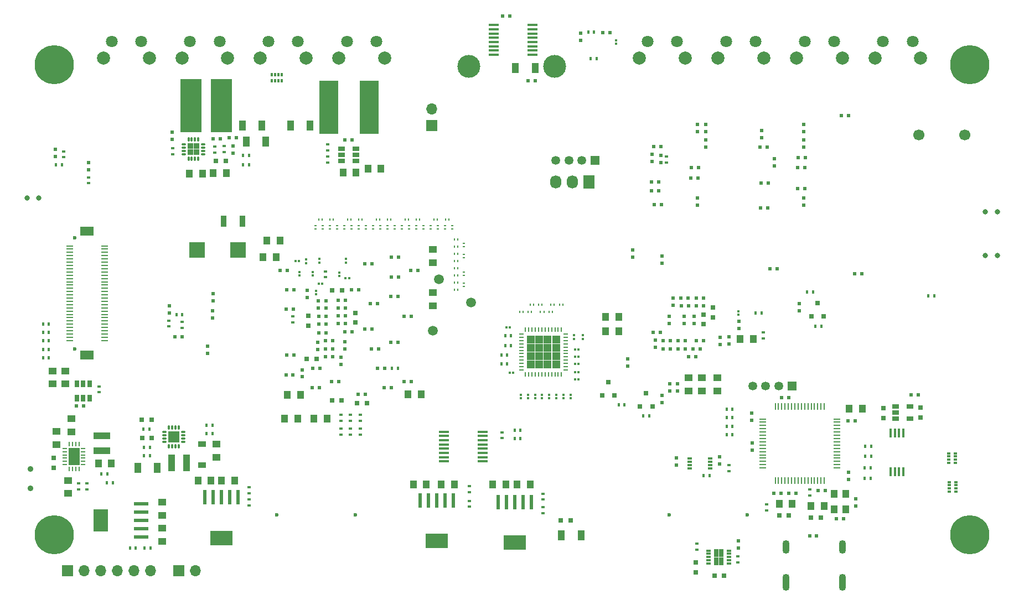
<source format=gbs>
G04 #@! TF.FileFunction,Soldermask,Bot*
%FSLAX46Y46*%
G04 Gerber Fmt 4.6, Leading zero omitted, Abs format (unit mm)*
G04 Created by KiCad (PCBNEW 4.0.5) date Sun Feb 12 14:34:10 2017*
%MOMM*%
%LPD*%
G01*
G04 APERTURE LIST*
%ADD10C,0.020000*%
%ADD11R,0.600000X0.400000*%
%ADD12R,0.400000X0.600000*%
%ADD13R,1.000000X1.250000*%
%ADD14R,0.500000X0.600000*%
%ADD15R,0.350000X0.300000*%
%ADD16R,0.800000X0.750000*%
%ADD17R,0.750000X0.800000*%
%ADD18R,0.600000X0.500000*%
%ADD19R,1.000000X1.600000*%
%ADD20R,1.250000X1.000000*%
%ADD21R,1.220000X0.910000*%
%ADD22C,0.600000*%
%ADD23C,1.700000*%
%ADD24R,1.000000X0.250000*%
%ADD25R,2.100000X1.400000*%
%ADD26R,3.000000X8.200000*%
%ADD27R,3.300000X8.200000*%
%ADD28R,2.540000X1.021080*%
%ADD29R,1.021080X2.540000*%
%ADD30R,1.350000X1.350000*%
%ADD31C,1.350000*%
%ADD32R,1.727200X2.032000*%
%ADD33O,1.727200X2.032000*%
%ADD34R,0.800100X0.800100*%
%ADD35R,0.320000X0.500000*%
%ADD36C,0.900000*%
%ADD37C,1.800000*%
%ADD38C,2.000000*%
%ADD39R,0.650000X0.300000*%
%ADD40R,0.775000X1.240000*%
%ADD41R,1.060000X0.650000*%
%ADD42R,0.800000X0.300000*%
%ADD43R,0.450000X1.450000*%
%ADD44R,0.250000X1.000000*%
%ADD45R,0.600000X2.200000*%
%ADD46R,3.500000X2.200000*%
%ADD47O,0.750000X0.300000*%
%ADD48O,0.300000X0.750000*%
%ADD49R,0.900000X0.900000*%
%ADD50R,0.650000X1.060000*%
%ADD51R,0.700000X0.250000*%
%ADD52R,0.250000X0.700000*%
%ADD53R,0.825000X1.325000*%
%ADD54R,1.050000X1.300000*%
%ADD55R,2.370000X2.430000*%
%ADD56R,0.500000X0.320000*%
%ADD57C,3.500000*%
%ADD58O,1.100000X2.100000*%
%ADD59O,1.100000X2.600000*%
%ADD60C,0.800000*%
%ADD61C,6.000000*%
%ADD62R,0.430000X0.280000*%
%ADD63R,0.280000X0.430000*%
%ADD64R,1.287500X1.287500*%
%ADD65R,1.500000X0.450000*%
%ADD66R,0.300000X0.350000*%
%ADD67R,2.200000X0.600000*%
%ADD68R,2.200000X3.500000*%
%ADD69R,1.700000X1.700000*%
%ADD70O,1.700000X1.700000*%
%ADD71R,0.900000X1.700000*%
%ADD72C,1.500000*%
G04 APERTURE END LIST*
D10*
D11*
X26370000Y-52270000D03*
X26370000Y-53170000D03*
D12*
X48250000Y-94200000D03*
X49150000Y-94200000D03*
D11*
X66480000Y-70650000D03*
X66480000Y-71550000D03*
D13*
X72950000Y-54900000D03*
X74950000Y-54900000D03*
D14*
X48400000Y-83250000D03*
X48400000Y-82150000D03*
D15*
X62500000Y-70755000D03*
X62500000Y-71305000D03*
D16*
X127450000Y-117250000D03*
X125950000Y-117250000D03*
D14*
X129650000Y-113050000D03*
X129650000Y-111950000D03*
D17*
X151800000Y-91600000D03*
X151800000Y-93100000D03*
X123100000Y-115200000D03*
X123100000Y-116700000D03*
X157500000Y-91500000D03*
X157500000Y-93000000D03*
D14*
X120150000Y-99250000D03*
X120150000Y-100350000D03*
X126750000Y-99050000D03*
X126750000Y-100150000D03*
X131650000Y-93450000D03*
X131650000Y-92350000D03*
D18*
X136100000Y-104650000D03*
X135000000Y-104650000D03*
D14*
X131740000Y-98030000D03*
X131740000Y-96930000D03*
D18*
X137300000Y-90000000D03*
X136200000Y-90000000D03*
D14*
X147600000Y-105500000D03*
X147600000Y-106600000D03*
D18*
X146350000Y-93500000D03*
X147450000Y-93500000D03*
D14*
X146450000Y-101400000D03*
X146450000Y-102500000D03*
D13*
X146550000Y-91700000D03*
X148550000Y-91700000D03*
D18*
X141780000Y-104170000D03*
X142880000Y-104170000D03*
X144600000Y-108500000D03*
X145700000Y-108500000D03*
D13*
X140700000Y-106610000D03*
X142700000Y-106610000D03*
X137850000Y-106250000D03*
X135850000Y-106250000D03*
D18*
X138400000Y-104650000D03*
X137300000Y-104650000D03*
D13*
X92050000Y-103300000D03*
X94050000Y-103300000D03*
X97750000Y-103300000D03*
X95750000Y-103300000D03*
X79900000Y-103250000D03*
X81900000Y-103250000D03*
X86150000Y-103250000D03*
X84150000Y-103250000D03*
D18*
X124260000Y-75950000D03*
X123160000Y-75950000D03*
X120850000Y-74750000D03*
X121950000Y-74750000D03*
X134480000Y-70230000D03*
X135580000Y-70230000D03*
X124250000Y-74750000D03*
X123150000Y-74750000D03*
D14*
X119660000Y-74750000D03*
X119660000Y-75850000D03*
D18*
X120860000Y-75950000D03*
X121960000Y-75950000D03*
D14*
X117930000Y-68330000D03*
X117930000Y-69430000D03*
X113480000Y-67360000D03*
X113480000Y-68460000D03*
D18*
X134050000Y-51600000D03*
X132950000Y-51600000D03*
X117750000Y-51550000D03*
X116650000Y-51550000D03*
X116320000Y-56940000D03*
X117420000Y-56940000D03*
X116310000Y-58290000D03*
X117410000Y-58290000D03*
D14*
X135100000Y-53380000D03*
X135100000Y-54480000D03*
X139600000Y-50550000D03*
X139600000Y-51650000D03*
X124630000Y-49250000D03*
X124630000Y-48150000D03*
X117750000Y-52900000D03*
X117750000Y-54000000D03*
X133200000Y-49100000D03*
X133200000Y-50200000D03*
X123350000Y-60500000D03*
X123350000Y-59400000D03*
D18*
X117850000Y-60400000D03*
X116750000Y-60400000D03*
X138750000Y-53200000D03*
X139850000Y-53200000D03*
D14*
X139600000Y-49250000D03*
X139600000Y-48150000D03*
D18*
X134140000Y-60970000D03*
X133040000Y-60970000D03*
D14*
X123350000Y-49250000D03*
X123350000Y-48150000D03*
X116400000Y-53830000D03*
X116400000Y-52730000D03*
D18*
X138650000Y-58000000D03*
X139750000Y-58000000D03*
D14*
X124620000Y-50520000D03*
X124620000Y-51620000D03*
D18*
X133050000Y-57150000D03*
X134150000Y-57150000D03*
X123400000Y-56350000D03*
X122300000Y-56350000D03*
X122400000Y-54750000D03*
X123500000Y-54750000D03*
D14*
X139600000Y-60500000D03*
X139600000Y-59400000D03*
D18*
X138700000Y-54800000D03*
X139800000Y-54800000D03*
D14*
X138950000Y-75600000D03*
X138950000Y-76700000D03*
D18*
X147400000Y-71000000D03*
X148500000Y-71000000D03*
D13*
X129860000Y-81040000D03*
X131860000Y-81040000D03*
X111290000Y-77660000D03*
X109290000Y-77660000D03*
D14*
X128170000Y-80710000D03*
X128170000Y-81810000D03*
X119050000Y-78680000D03*
X119050000Y-77580000D03*
X121330000Y-78640000D03*
X121330000Y-77540000D03*
X122840000Y-78640000D03*
X122840000Y-77540000D03*
D19*
X98500000Y-39500000D03*
X95500000Y-39500000D03*
D18*
X98550000Y-41500000D03*
X97450000Y-41500000D03*
X146450000Y-46800000D03*
X145350000Y-46800000D03*
D16*
X102450000Y-108800000D03*
X103950000Y-108800000D03*
D19*
X102550000Y-111100000D03*
X105550000Y-111100000D03*
D20*
X122030000Y-88970000D03*
X122030000Y-86970000D03*
D14*
X120340000Y-88930000D03*
X120340000Y-87830000D03*
X129660000Y-78340000D03*
X129660000Y-79440000D03*
D20*
X126390000Y-88970000D03*
X126390000Y-86970000D03*
D17*
X124240000Y-77250000D03*
X124240000Y-78750000D03*
X125730000Y-77670000D03*
X125730000Y-76170000D03*
D18*
X120410000Y-81280000D03*
X121510000Y-81280000D03*
X122010000Y-83750000D03*
X123110000Y-83750000D03*
D14*
X116920000Y-82250000D03*
X116920000Y-81150000D03*
X117900000Y-89650000D03*
X117900000Y-90750000D03*
X126840000Y-81820000D03*
X126840000Y-80720000D03*
D18*
X123210000Y-81270000D03*
X124310000Y-81270000D03*
X119210000Y-82510000D03*
X118110000Y-82510000D03*
D13*
X109320000Y-79810000D03*
X111320000Y-79810000D03*
D20*
X124030000Y-88970000D03*
X124030000Y-86970000D03*
D14*
X119130000Y-88930000D03*
X119130000Y-87830000D03*
D18*
X119220000Y-81280000D03*
X118120000Y-81280000D03*
X121500000Y-82550000D03*
X120400000Y-82550000D03*
X122700000Y-82550000D03*
X123800000Y-82550000D03*
X117700000Y-79960000D03*
X116600000Y-79960000D03*
D14*
X112690000Y-84080000D03*
X112690000Y-85180000D03*
D18*
X69500000Y-78650000D03*
X68400000Y-78650000D03*
D14*
X68790000Y-83840000D03*
X68790000Y-84940000D03*
D18*
X66450000Y-83700000D03*
X67550000Y-83700000D03*
D14*
X65350000Y-76300000D03*
X65350000Y-75200000D03*
D17*
X71000000Y-78500000D03*
X71000000Y-77000000D03*
D16*
X68950000Y-90450000D03*
X67450000Y-90450000D03*
D18*
X65450000Y-80090000D03*
X66550000Y-80090000D03*
D16*
X67500000Y-73550000D03*
X69000000Y-73550000D03*
X72820000Y-90860000D03*
X71320000Y-90860000D03*
D17*
X63800000Y-78950000D03*
X63800000Y-77450000D03*
D18*
X67550000Y-81300000D03*
X66450000Y-81300000D03*
D14*
X69450000Y-82500000D03*
X69450000Y-81400000D03*
D18*
X65450000Y-78700000D03*
X66550000Y-78700000D03*
D14*
X66550000Y-76300000D03*
X66550000Y-75200000D03*
D18*
X67550000Y-82500000D03*
X66450000Y-82500000D03*
D14*
X65250000Y-82580000D03*
X65250000Y-81480000D03*
D18*
X70500000Y-79950000D03*
X69400000Y-79950000D03*
D16*
X65100000Y-84050000D03*
X63600000Y-84050000D03*
D18*
X68400000Y-75050000D03*
X69500000Y-75050000D03*
X66550000Y-77500000D03*
X65450000Y-77500000D03*
X68400000Y-77450000D03*
X69500000Y-77450000D03*
X69500000Y-76250000D03*
X68400000Y-76250000D03*
D14*
X49250000Y-74100000D03*
X49250000Y-75200000D03*
D18*
X44550000Y-80700000D03*
X43450000Y-80700000D03*
D14*
X49200000Y-77800000D03*
X49200000Y-76700000D03*
X42550000Y-75950000D03*
X42550000Y-77050000D03*
X62910000Y-85710000D03*
X62910000Y-86810000D03*
D13*
X79100000Y-89500000D03*
X81100000Y-89500000D03*
X62650000Y-89600000D03*
X60650000Y-89600000D03*
X66700000Y-93200000D03*
X64700000Y-93200000D03*
D18*
X65500000Y-88450000D03*
X64400000Y-88450000D03*
X75450000Y-88500000D03*
X76550000Y-88500000D03*
X64500000Y-85500000D03*
X65600000Y-85500000D03*
X68500000Y-87500000D03*
X67400000Y-87500000D03*
X60500000Y-83500000D03*
X61600000Y-83500000D03*
X74400000Y-85500000D03*
X75500000Y-85500000D03*
X61500000Y-86500000D03*
X60400000Y-86500000D03*
X72550000Y-89500000D03*
X71450000Y-89500000D03*
D13*
X60220000Y-93240000D03*
X62220000Y-93240000D03*
D18*
X59500000Y-70500000D03*
X60600000Y-70500000D03*
X76450000Y-81500000D03*
X77550000Y-81500000D03*
X60500000Y-73500000D03*
X61600000Y-73500000D03*
X72500000Y-79500000D03*
X73600000Y-79500000D03*
D14*
X63630000Y-74690000D03*
X63630000Y-73590000D03*
D18*
X73450000Y-82500000D03*
X74550000Y-82500000D03*
X61550000Y-76450000D03*
X60450000Y-76450000D03*
X78500000Y-87500000D03*
X79600000Y-87500000D03*
D13*
X59500000Y-65900000D03*
X57500000Y-65900000D03*
D15*
X69550000Y-69300000D03*
X69550000Y-68750000D03*
D18*
X77550000Y-74500000D03*
X76450000Y-74500000D03*
X74450000Y-75550000D03*
X73350000Y-75550000D03*
D13*
X58900000Y-68520000D03*
X56900000Y-68520000D03*
D18*
X78450000Y-77500000D03*
X79550000Y-77500000D03*
X70450000Y-73500000D03*
X71550000Y-73500000D03*
D20*
X82900000Y-69300000D03*
X82900000Y-67300000D03*
D18*
X79500000Y-70550000D03*
X80600000Y-70550000D03*
X72450000Y-69500000D03*
X73550000Y-69500000D03*
X76550000Y-68500000D03*
X77650000Y-68500000D03*
X76500000Y-71500000D03*
X77600000Y-71500000D03*
D20*
X82900000Y-73900000D03*
X82900000Y-75900000D03*
D13*
X49300000Y-55650000D03*
X51300000Y-55650000D03*
D16*
X49700000Y-53750000D03*
X51200000Y-53750000D03*
D14*
X30240000Y-54030000D03*
X30240000Y-55130000D03*
D18*
X70490000Y-50520000D03*
X69390000Y-50520000D03*
D14*
X43000000Y-49350000D03*
X43000000Y-50450000D03*
D19*
X64100000Y-48300000D03*
X61100000Y-48300000D03*
D18*
X52850000Y-50200000D03*
X51750000Y-50200000D03*
X49300000Y-50350000D03*
X50400000Y-50350000D03*
D14*
X52350000Y-51500000D03*
X52350000Y-52600000D03*
D19*
X54350000Y-50800000D03*
X57350000Y-50800000D03*
D13*
X46950000Y-102700000D03*
X48950000Y-102700000D03*
D14*
X25120000Y-51970000D03*
X25120000Y-53070000D03*
D13*
X52550000Y-102700000D03*
X50550000Y-102700000D03*
X71150000Y-55550000D03*
X69150000Y-55550000D03*
X47660000Y-55690000D03*
X45660000Y-55690000D03*
D19*
X53750000Y-48350000D03*
X56750000Y-48350000D03*
D18*
X28330000Y-91250000D03*
X29430000Y-91250000D03*
D20*
X26700000Y-87900000D03*
X26700000Y-85900000D03*
D13*
X31700000Y-100050000D03*
X33700000Y-100050000D03*
D20*
X24700000Y-87900000D03*
X24700000Y-85900000D03*
D17*
X24850000Y-99200000D03*
X24850000Y-100700000D03*
D20*
X27050000Y-102650000D03*
X27050000Y-104650000D03*
X27600000Y-95200000D03*
X27600000Y-93200000D03*
X25280000Y-97180000D03*
X25280000Y-95180000D03*
D16*
X39850000Y-93400000D03*
X38350000Y-93400000D03*
D19*
X37750000Y-100700000D03*
X40750000Y-100700000D03*
D16*
X38400000Y-96200000D03*
X39900000Y-96200000D03*
D20*
X49800000Y-97100000D03*
X49800000Y-99100000D03*
D14*
X105450000Y-34150000D03*
X105450000Y-35250000D03*
D18*
X109950000Y-34100000D03*
X108850000Y-34100000D03*
X140550000Y-111150000D03*
X141550000Y-111150000D03*
D21*
X47550000Y-97065000D03*
X47550000Y-100335000D03*
D22*
X119000000Y-107900000D03*
X131000000Y-107900000D03*
X59000000Y-107900000D03*
X71000000Y-107900000D03*
D23*
X164250000Y-49750000D03*
X157250000Y-49750000D03*
D24*
X27350000Y-81250000D03*
X32650000Y-81250000D03*
X27350000Y-80750000D03*
X32650000Y-80750000D03*
X27350000Y-80250000D03*
X32650000Y-80250000D03*
X27350000Y-79750000D03*
X32650000Y-79750000D03*
X27350000Y-79250000D03*
X32650000Y-79250000D03*
X27350000Y-78750000D03*
X32650000Y-78750000D03*
X27350000Y-78250000D03*
X32650000Y-78250000D03*
X27350000Y-77750000D03*
X32650000Y-77750000D03*
X27350000Y-77250000D03*
X32650000Y-77250000D03*
X27350000Y-76750000D03*
X32650000Y-76750000D03*
X27350000Y-76250000D03*
X32650000Y-76250000D03*
X27350000Y-75750000D03*
X32650000Y-75750000D03*
X27350000Y-75250000D03*
X32650000Y-75250000D03*
X27350000Y-74750000D03*
X32650000Y-74750000D03*
X27350000Y-74250000D03*
X32650000Y-74250000D03*
X27350000Y-73750000D03*
X32650000Y-73750000D03*
X27350000Y-73250000D03*
X32650000Y-73250000D03*
X27350000Y-72750000D03*
X32650000Y-72750000D03*
X27350000Y-72250000D03*
X32650000Y-72250000D03*
X27350000Y-71750000D03*
X32650000Y-71750000D03*
X27350000Y-71250000D03*
X32650000Y-71250000D03*
X27350000Y-70750000D03*
X32650000Y-70750000D03*
X27350000Y-70250000D03*
X32650000Y-70250000D03*
X27350000Y-69750000D03*
X32650000Y-69750000D03*
X27350000Y-69250000D03*
X32650000Y-69250000D03*
X27350000Y-68750000D03*
X32650000Y-68750000D03*
X27350000Y-68250000D03*
X32650000Y-68250000D03*
X27350000Y-67750000D03*
X32650000Y-67750000D03*
X27350000Y-67250000D03*
X32650000Y-67250000D03*
X27350000Y-66750000D03*
X32650000Y-66750000D03*
D25*
X30000000Y-83500000D03*
X30000000Y-64500000D03*
D22*
X28100000Y-82500000D03*
X28100000Y-65500000D03*
D16*
X135850000Y-108000000D03*
X137350000Y-108000000D03*
X142200000Y-108400000D03*
X140700000Y-108400000D03*
D26*
X73130000Y-45540000D03*
X66930000Y-45540000D03*
D27*
X45850000Y-45250000D03*
X50550000Y-45250000D03*
D28*
X32250000Y-95854460D03*
X32250000Y-98145540D03*
D29*
X45195540Y-100000000D03*
X42904460Y-100000000D03*
D30*
X137800000Y-88200000D03*
D31*
X135800000Y-88200000D03*
X133800000Y-88200000D03*
X131800000Y-88200000D03*
D32*
X106750000Y-57000000D03*
D33*
X104210000Y-57000000D03*
X101670000Y-57000000D03*
D30*
X107680000Y-53700000D03*
D31*
X105680000Y-53700000D03*
X103680000Y-53700000D03*
X101680000Y-53700000D03*
D34*
X142650000Y-77500760D03*
X140750000Y-77500760D03*
X141700000Y-75501780D03*
X110650000Y-89650760D03*
X108750000Y-89650760D03*
X109700000Y-87651780D03*
X116450000Y-91300760D03*
X114550000Y-91300760D03*
X115500000Y-89301780D03*
D11*
X129550000Y-115200000D03*
X129550000Y-114300000D03*
X123300000Y-113250000D03*
X123300000Y-112350000D03*
D12*
X125200000Y-101900000D03*
X124300000Y-101900000D03*
D11*
X128200000Y-100350000D03*
X128200000Y-101250000D03*
D12*
X148950000Y-102350000D03*
X149850000Y-102350000D03*
X148950000Y-100700000D03*
X149850000Y-100700000D03*
X149000000Y-97450000D03*
X149900000Y-97450000D03*
X149000000Y-98950000D03*
X149900000Y-98950000D03*
D11*
X133950000Y-106350000D03*
X133950000Y-107250000D03*
X140510000Y-104060000D03*
X140510000Y-104960000D03*
D12*
X127800000Y-95650000D03*
X128700000Y-95650000D03*
X127800000Y-93050000D03*
X128700000Y-93050000D03*
X127800000Y-94350000D03*
X128700000Y-94350000D03*
X127800000Y-91750000D03*
X128700000Y-91750000D03*
D11*
X99700000Y-104700000D03*
X99700000Y-105600000D03*
X99700000Y-106750000D03*
X99700000Y-107650000D03*
X88500000Y-103550000D03*
X88500000Y-104450000D03*
X88500000Y-105800000D03*
X88500000Y-106700000D03*
X118650000Y-53970000D03*
X118650000Y-53070000D03*
D12*
X142300000Y-79100000D03*
X141400000Y-79100000D03*
X140150000Y-73800000D03*
X141050000Y-73800000D03*
X159550000Y-74400000D03*
X158650000Y-74400000D03*
X132260000Y-77030000D03*
X133160000Y-77030000D03*
D11*
X133420000Y-80010000D03*
X133420000Y-80910000D03*
D12*
X112190000Y-91100000D03*
X111290000Y-91100000D03*
X115950000Y-92800000D03*
X115050000Y-92800000D03*
X77550000Y-85510000D03*
X76650000Y-85510000D03*
D11*
X42500000Y-78200000D03*
X42500000Y-79100000D03*
D12*
X43650000Y-77250000D03*
X44550000Y-77250000D03*
D11*
X68850000Y-95650000D03*
X68850000Y-94750000D03*
X68850000Y-93550000D03*
X68850000Y-92650000D03*
X70300000Y-95650000D03*
X70300000Y-94750000D03*
X70300000Y-93550000D03*
X70300000Y-92650000D03*
X71750000Y-95650000D03*
X71750000Y-94750000D03*
X71750000Y-93550000D03*
X71750000Y-92650000D03*
X61500000Y-77550000D03*
X61500000Y-78450000D03*
X43050000Y-52700000D03*
X43050000Y-51800000D03*
X30240000Y-57150000D03*
X30240000Y-56250000D03*
X66800000Y-51200000D03*
X66800000Y-52100000D03*
X66800000Y-53100000D03*
X66800000Y-54000000D03*
X51000000Y-52370000D03*
X51000000Y-51470000D03*
D12*
X33050000Y-103000000D03*
X33950000Y-103000000D03*
X54750000Y-52900000D03*
X53850000Y-52900000D03*
X53830000Y-54320000D03*
X54730000Y-54320000D03*
D11*
X49500000Y-52450000D03*
X49500000Y-51550000D03*
D12*
X25220000Y-54320000D03*
X26120000Y-54320000D03*
D11*
X54800000Y-103700000D03*
X54800000Y-104600000D03*
X54800000Y-105600000D03*
X54800000Y-106500000D03*
X31850000Y-88250000D03*
X31850000Y-89150000D03*
X28700000Y-104000000D03*
X28700000Y-103100000D03*
X30000000Y-104000000D03*
X30000000Y-103100000D03*
D12*
X32200000Y-101700000D03*
X33100000Y-101700000D03*
X39600000Y-97600000D03*
X38700000Y-97600000D03*
X39600000Y-98900000D03*
X38700000Y-98900000D03*
X24150000Y-81300000D03*
X23250000Y-81300000D03*
X24150000Y-80000000D03*
X23250000Y-80000000D03*
X24150000Y-78700000D03*
X23250000Y-78700000D03*
X23250000Y-82600000D03*
X24150000Y-82600000D03*
X23250000Y-83900000D03*
X24150000Y-83900000D03*
X39500000Y-94800000D03*
X38600000Y-94800000D03*
X49150000Y-95500000D03*
X48250000Y-95500000D03*
X107050000Y-38050000D03*
X107950000Y-38050000D03*
X106650000Y-34050000D03*
X107550000Y-34050000D03*
D35*
X58250000Y-40500000D03*
X59250000Y-40500000D03*
X58750000Y-40500000D03*
X59750000Y-40500000D03*
X58750000Y-41500000D03*
X58250000Y-41500000D03*
X59250000Y-41500000D03*
X59750000Y-41500000D03*
D36*
X21300000Y-100900000D03*
X21300000Y-103900000D03*
D37*
X38250000Y-35450000D03*
X33750000Y-35450000D03*
D38*
X39500000Y-38000000D03*
X32500000Y-38000000D03*
D37*
X50250000Y-35450000D03*
X45750000Y-35450000D03*
D38*
X51500000Y-38000000D03*
X44500000Y-38000000D03*
D37*
X62250000Y-35450000D03*
X57750000Y-35450000D03*
D38*
X63500000Y-38000000D03*
X56500000Y-38000000D03*
D37*
X74250000Y-35450000D03*
X69750000Y-35450000D03*
D38*
X75500000Y-38000000D03*
X68500000Y-38000000D03*
D37*
X120250000Y-35450000D03*
X115750000Y-35450000D03*
D38*
X121500000Y-38000000D03*
X114500000Y-38000000D03*
D37*
X132250000Y-35450000D03*
X127750000Y-35450000D03*
D38*
X133500000Y-38000000D03*
X126500000Y-38000000D03*
D37*
X144250000Y-35450000D03*
X139750000Y-35450000D03*
D38*
X145500000Y-38000000D03*
X138500000Y-38000000D03*
D37*
X156250000Y-35450000D03*
X151750000Y-35450000D03*
D38*
X157500000Y-38000000D03*
X150500000Y-38000000D03*
D39*
X128150000Y-113400000D03*
X128150000Y-113900000D03*
X128150000Y-114400000D03*
X128150000Y-114900000D03*
X128150000Y-115400000D03*
X125050000Y-115400000D03*
X125050000Y-114900000D03*
X125050000Y-114400000D03*
X125050000Y-113900000D03*
X125050000Y-113400000D03*
D40*
X126212500Y-115020000D03*
X126212500Y-113780000D03*
X126987500Y-115020000D03*
X126987500Y-113780000D03*
D41*
X153650000Y-93200000D03*
X153650000Y-92250000D03*
X153650000Y-91300000D03*
X155850000Y-91300000D03*
X155850000Y-93200000D03*
D42*
X125300000Y-100800000D03*
X122200000Y-100800000D03*
X125300000Y-100300000D03*
X122200000Y-100300000D03*
X125300000Y-99800000D03*
X122200000Y-99800000D03*
X125300000Y-99300000D03*
X122200000Y-99300000D03*
D43*
X154845000Y-101300000D03*
X154195000Y-101300000D03*
X153545000Y-101300000D03*
X152895000Y-101300000D03*
X152895000Y-95400000D03*
X153545000Y-95400000D03*
X154195000Y-95400000D03*
X154845000Y-95400000D03*
D44*
X142750000Y-102700000D03*
X142250000Y-102700000D03*
X141750000Y-102700000D03*
X141250000Y-102700000D03*
X140750000Y-102700000D03*
X140250000Y-102700000D03*
X139750000Y-102700000D03*
X139250000Y-102700000D03*
X138750000Y-102700000D03*
X138250000Y-102700000D03*
X137750000Y-102700000D03*
X137250000Y-102700000D03*
X136750000Y-102700000D03*
X136250000Y-102700000D03*
X135750000Y-102700000D03*
X135250000Y-102700000D03*
D24*
X133300000Y-100750000D03*
X133300000Y-100250000D03*
X133300000Y-99750000D03*
X133300000Y-99250000D03*
X133300000Y-98750000D03*
X133300000Y-98250000D03*
X133300000Y-97750000D03*
X133300000Y-97250000D03*
X133300000Y-96750000D03*
X133300000Y-96250000D03*
X133300000Y-95750000D03*
X133300000Y-95250000D03*
X133300000Y-94750000D03*
X133300000Y-94250000D03*
X133300000Y-93750000D03*
X133300000Y-93250000D03*
D44*
X135250000Y-91300000D03*
X135750000Y-91300000D03*
X136250000Y-91300000D03*
X136750000Y-91300000D03*
X137250000Y-91300000D03*
X137750000Y-91300000D03*
X138250000Y-91300000D03*
X138750000Y-91300000D03*
X139250000Y-91300000D03*
X139750000Y-91300000D03*
X140250000Y-91300000D03*
X140750000Y-91300000D03*
X141250000Y-91300000D03*
X141750000Y-91300000D03*
X142250000Y-91300000D03*
X142750000Y-91300000D03*
D24*
X144700000Y-93250000D03*
X144700000Y-93750000D03*
X144700000Y-94250000D03*
X144700000Y-94750000D03*
X144700000Y-95250000D03*
X144700000Y-95750000D03*
X144700000Y-96250000D03*
X144700000Y-96750000D03*
X144700000Y-97250000D03*
X144700000Y-97750000D03*
X144700000Y-98250000D03*
X144700000Y-98750000D03*
X144700000Y-99250000D03*
X144700000Y-99750000D03*
X144700000Y-100250000D03*
X144700000Y-100750000D03*
D45*
X92910000Y-105950000D03*
X94180000Y-105950000D03*
X95450000Y-105950000D03*
X96720000Y-105950000D03*
X97990000Y-105950000D03*
D46*
X95450000Y-112150000D03*
D45*
X80960000Y-105750000D03*
X82230000Y-105750000D03*
X83500000Y-105750000D03*
X84770000Y-105750000D03*
X86040000Y-105750000D03*
D46*
X83500000Y-111950000D03*
D41*
X71100000Y-51850000D03*
X71100000Y-52800000D03*
X71100000Y-53750000D03*
X68900000Y-53750000D03*
X68900000Y-51850000D03*
X68900000Y-52800000D03*
D47*
X44775000Y-52700000D03*
X44775000Y-52200000D03*
X44775000Y-51700000D03*
X44775000Y-51200000D03*
D48*
X45500000Y-50475000D03*
X46000000Y-50475000D03*
X46500000Y-50475000D03*
X47000000Y-50475000D03*
D47*
X47725000Y-51200000D03*
X47725000Y-51700000D03*
X47725000Y-52200000D03*
X47725000Y-52700000D03*
D48*
X47000000Y-53425000D03*
X46500000Y-53425000D03*
X46000000Y-53425000D03*
X45500000Y-53425000D03*
D49*
X46700000Y-51500000D03*
X46700000Y-52400000D03*
X45800000Y-51500000D03*
X45800000Y-52400000D03*
D45*
X47960000Y-105250000D03*
X49230000Y-105250000D03*
X50500000Y-105250000D03*
X51770000Y-105250000D03*
X53040000Y-105250000D03*
D46*
X50500000Y-111450000D03*
D50*
X28450000Y-87900000D03*
X29400000Y-87900000D03*
X30350000Y-87900000D03*
X30350000Y-90100000D03*
X28450000Y-90100000D03*
X29400000Y-90100000D03*
D51*
X29400000Y-97750000D03*
X29400000Y-98250000D03*
X29400000Y-98750000D03*
X29400000Y-99250000D03*
X29400000Y-99750000D03*
X29400000Y-100250000D03*
D52*
X28750000Y-100900000D03*
X28250000Y-100900000D03*
X27750000Y-100900000D03*
X27250000Y-100900000D03*
D51*
X26600000Y-100250000D03*
X26600000Y-99750000D03*
X26600000Y-99250000D03*
X26600000Y-98750000D03*
X26600000Y-98250000D03*
X26600000Y-97750000D03*
D52*
X27250000Y-97100000D03*
X27750000Y-97100000D03*
X28250000Y-97100000D03*
X28750000Y-97100000D03*
D53*
X27587500Y-99662500D03*
X27587500Y-98337500D03*
X28412500Y-99662500D03*
X28412500Y-98337500D03*
D47*
X41775000Y-96750000D03*
X41775000Y-96250000D03*
X41775000Y-95750000D03*
X41775000Y-95250000D03*
D48*
X42500000Y-94525000D03*
X43000000Y-94525000D03*
X43500000Y-94525000D03*
X44000000Y-94525000D03*
D47*
X44725000Y-95250000D03*
X44725000Y-95750000D03*
X44725000Y-96250000D03*
X44725000Y-96750000D03*
D48*
X44000000Y-97475000D03*
X43500000Y-97475000D03*
X43000000Y-97475000D03*
X42500000Y-97475000D03*
D49*
X43700000Y-95550000D03*
X43700000Y-96450000D03*
X42800000Y-95550000D03*
X42800000Y-96450000D03*
D54*
X146075000Y-104750000D03*
X146075000Y-107050000D03*
X144225000Y-107050000D03*
X144225000Y-104750000D03*
D55*
X46830000Y-67350000D03*
X53070000Y-67350000D03*
D56*
X161800000Y-100000000D03*
X161800000Y-99000000D03*
X161800000Y-99500000D03*
X161800000Y-98500000D03*
X162800000Y-99500000D03*
X162800000Y-100000000D03*
X162800000Y-99000000D03*
X162800000Y-98500000D03*
X161900000Y-104400000D03*
X161900000Y-103400000D03*
X161900000Y-103900000D03*
X161900000Y-102900000D03*
X162900000Y-103900000D03*
X162900000Y-104400000D03*
X162900000Y-103400000D03*
X162900000Y-102900000D03*
D57*
X88350000Y-39300000D03*
X101500000Y-39300000D03*
D58*
X145520000Y-112870000D03*
X136880000Y-112870000D03*
D59*
X145520000Y-118230000D03*
X136880000Y-118230000D03*
D60*
X167400000Y-68200000D03*
X169200000Y-68200000D03*
X167400000Y-61500000D03*
X169200000Y-61500000D03*
X22600000Y-59400000D03*
X20800000Y-59400000D03*
D61*
X25000000Y-39000000D03*
X25000000Y-111000000D03*
X165000000Y-39000000D03*
X165000000Y-111000000D03*
D62*
X68200000Y-63645000D03*
X68200000Y-64155000D03*
X67100000Y-63645000D03*
X67100000Y-64155000D03*
X66000000Y-63645000D03*
X66000000Y-64155000D03*
X64900000Y-63645000D03*
X64900000Y-64155000D03*
X69300000Y-63645000D03*
X69300000Y-64155000D03*
X70400000Y-63645000D03*
X70400000Y-64155000D03*
X71500000Y-63645000D03*
X71500000Y-64155000D03*
X72600000Y-63645000D03*
X72600000Y-64155000D03*
X77000000Y-63645000D03*
X77000000Y-64155000D03*
X75900000Y-63645000D03*
X75900000Y-64155000D03*
X74800000Y-63645000D03*
X74800000Y-64155000D03*
X73700000Y-63645000D03*
X73700000Y-64155000D03*
X78100000Y-63645000D03*
X78100000Y-64155000D03*
X79200000Y-63645000D03*
X79200000Y-64155000D03*
X80300000Y-63645000D03*
X80300000Y-64155000D03*
X81400000Y-63645000D03*
X81400000Y-64155000D03*
X85800000Y-63645000D03*
X85800000Y-64155000D03*
X84700000Y-63645000D03*
X84700000Y-64155000D03*
X83600000Y-63645000D03*
X83600000Y-64155000D03*
X82500000Y-63645000D03*
X82500000Y-64155000D03*
D63*
X67655000Y-62700000D03*
X67145000Y-62700000D03*
X65955000Y-62700000D03*
X65445000Y-62700000D03*
X69845000Y-62700000D03*
X70355000Y-62700000D03*
X71545000Y-62700000D03*
X72055000Y-62700000D03*
X76455000Y-62700000D03*
X75945000Y-62700000D03*
X74755000Y-62700000D03*
X74245000Y-62700000D03*
X78645000Y-62700000D03*
X79155000Y-62700000D03*
X80345000Y-62700000D03*
X80855000Y-62700000D03*
X85300000Y-62700000D03*
X84790000Y-62700000D03*
X83555000Y-62700000D03*
X83045000Y-62700000D03*
X86655000Y-69100000D03*
X86145000Y-69100000D03*
X86655000Y-68000000D03*
X86145000Y-68000000D03*
X86655000Y-66900000D03*
X86145000Y-66900000D03*
X86655000Y-65800000D03*
X86145000Y-65800000D03*
X86655000Y-73500000D03*
X86145000Y-73500000D03*
X86655000Y-72400000D03*
X86145000Y-72400000D03*
X86655000Y-71300000D03*
X86145000Y-71300000D03*
X86655000Y-70200000D03*
X86145000Y-70200000D03*
D62*
X87600000Y-68555000D03*
X87600000Y-68045000D03*
X87600000Y-66855000D03*
X87600000Y-66345000D03*
X87600000Y-72955000D03*
X87600000Y-72445000D03*
X87600000Y-71255000D03*
X87600000Y-70745000D03*
D12*
X93950000Y-82000000D03*
X94850000Y-82000000D03*
X94850000Y-80500000D03*
X93950000Y-80500000D03*
X93350000Y-84800000D03*
X94250000Y-84800000D03*
X93350000Y-83500000D03*
X94250000Y-83500000D03*
D63*
X102755000Y-75800000D03*
X102245000Y-75800000D03*
X100945000Y-75800000D03*
X101455000Y-75800000D03*
X101155000Y-76900000D03*
X100645000Y-76900000D03*
X99345000Y-76900000D03*
X99855000Y-76900000D03*
X99555000Y-75800000D03*
X99045000Y-75800000D03*
X97745000Y-75800000D03*
X98255000Y-75800000D03*
X97955000Y-76900000D03*
X97445000Y-76900000D03*
X96145000Y-76900000D03*
X96655000Y-76900000D03*
D52*
X102550000Y-86400000D03*
X102050000Y-86400000D03*
X101550000Y-86400000D03*
X101050000Y-86400000D03*
X100550000Y-86400000D03*
X100050000Y-86400000D03*
X99550000Y-86400000D03*
X99050000Y-86400000D03*
X98550000Y-86400000D03*
X98050000Y-86400000D03*
X97550000Y-86400000D03*
X97050000Y-86400000D03*
D51*
X96400000Y-85750000D03*
X96400000Y-85250000D03*
X96400000Y-84750000D03*
X96400000Y-84250000D03*
X96400000Y-83750000D03*
X96400000Y-83250000D03*
X96400000Y-82750000D03*
X96400000Y-82250000D03*
X96400000Y-81750000D03*
X96400000Y-81250000D03*
X96400000Y-80750000D03*
X96400000Y-80250000D03*
D52*
X97050000Y-79600000D03*
X97550000Y-79600000D03*
X98050000Y-79600000D03*
X98550000Y-79600000D03*
X99050000Y-79600000D03*
X99550000Y-79600000D03*
X100050000Y-79600000D03*
X100550000Y-79600000D03*
X101050000Y-79600000D03*
X101550000Y-79600000D03*
X102050000Y-79600000D03*
X102550000Y-79600000D03*
D51*
X103200000Y-80250000D03*
X103200000Y-80750000D03*
X103200000Y-81250000D03*
X103200000Y-81750000D03*
X103200000Y-82250000D03*
X103200000Y-82750000D03*
X103200000Y-83250000D03*
X103200000Y-83750000D03*
X103200000Y-84250000D03*
X103200000Y-84750000D03*
X103200000Y-85250000D03*
X103200000Y-85750000D03*
D64*
X97868750Y-81068750D03*
X99156250Y-81068750D03*
X100443750Y-81068750D03*
X101731250Y-81068750D03*
X97868750Y-82356250D03*
X99156250Y-82356250D03*
X100443750Y-82356250D03*
X101731250Y-82356250D03*
X97868750Y-83643750D03*
X99156250Y-83643750D03*
X100443750Y-83643750D03*
X101731250Y-83643750D03*
X97868750Y-84931250D03*
X99156250Y-84931250D03*
X100443750Y-84931250D03*
X101731250Y-84931250D03*
D15*
X129620000Y-76765000D03*
X129620000Y-77315000D03*
D18*
X94630000Y-31590000D03*
X93530000Y-31590000D03*
D65*
X98110000Y-32955000D03*
X98110000Y-33605000D03*
X98110000Y-34255000D03*
X98110000Y-34905000D03*
X98110000Y-35555000D03*
X98110000Y-36205000D03*
X98110000Y-36855000D03*
X98110000Y-37505000D03*
X92210000Y-37505000D03*
X92210000Y-36855000D03*
X92210000Y-36205000D03*
X92210000Y-35555000D03*
X92210000Y-34905000D03*
X92210000Y-34255000D03*
X92210000Y-33605000D03*
X92210000Y-32955000D03*
D15*
X63490000Y-69395000D03*
X63490000Y-68845000D03*
X65510000Y-69305000D03*
X65510000Y-68755000D03*
D66*
X62415000Y-69060000D03*
X61865000Y-69060000D03*
D20*
X41500000Y-106000000D03*
X41500000Y-108000000D03*
X41500000Y-112000000D03*
X41500000Y-110000000D03*
D12*
X39700000Y-113000000D03*
X38800000Y-113000000D03*
X37450000Y-113000000D03*
X36550000Y-113000000D03*
D67*
X38250000Y-106210000D03*
X38250000Y-107480000D03*
X38250000Y-108750000D03*
X38250000Y-110020000D03*
X38250000Y-111290000D03*
D68*
X32050000Y-108750000D03*
D11*
X93500000Y-96200000D03*
X93500000Y-95300000D03*
D65*
X90460000Y-95205000D03*
X90460000Y-95855000D03*
X90460000Y-96505000D03*
X90460000Y-97155000D03*
X90460000Y-97805000D03*
X90460000Y-98455000D03*
X90460000Y-99105000D03*
X90460000Y-99755000D03*
X84560000Y-99755000D03*
X84560000Y-99105000D03*
X84560000Y-98455000D03*
X84560000Y-97805000D03*
X84560000Y-97155000D03*
X84560000Y-96505000D03*
X84560000Y-95855000D03*
X84560000Y-95205000D03*
D69*
X27000000Y-116500000D03*
D70*
X29540000Y-116500000D03*
X32080000Y-116500000D03*
X34620000Y-116500000D03*
X37160000Y-116500000D03*
X39700000Y-116500000D03*
D69*
X44000000Y-116500000D03*
D70*
X46540000Y-116500000D03*
D71*
X53780000Y-62990000D03*
X50880000Y-62990000D03*
D12*
X95390000Y-96240000D03*
X96290000Y-96240000D03*
X95390000Y-94940000D03*
X96290000Y-94940000D03*
D66*
X94675000Y-79200000D03*
X94125000Y-79200000D03*
X104625000Y-87200000D03*
X105175000Y-87200000D03*
X104625000Y-86100000D03*
X105175000Y-86100000D03*
D15*
X104500000Y-80425000D03*
X104500000Y-80975000D03*
X105800000Y-80425000D03*
X105800000Y-80975000D03*
X104000000Y-90075000D03*
X104000000Y-89525000D03*
X102900000Y-90075000D03*
X102900000Y-89525000D03*
X99600000Y-90075000D03*
X99600000Y-89525000D03*
X98500000Y-90075000D03*
X98500000Y-89525000D03*
X101800000Y-90075000D03*
X101800000Y-89525000D03*
X100700000Y-90075000D03*
X100700000Y-89525000D03*
X97400000Y-90075000D03*
X97400000Y-89525000D03*
X96300000Y-90075000D03*
X96300000Y-89525000D03*
D66*
X104625000Y-82600000D03*
X105175000Y-82600000D03*
X95175000Y-86200000D03*
X94625000Y-86200000D03*
X104625000Y-84800000D03*
X105175000Y-84800000D03*
X104625000Y-83700000D03*
X105175000Y-83700000D03*
D15*
X65000000Y-73625000D03*
X65000000Y-74175000D03*
X64500000Y-71275000D03*
X64500000Y-70725000D03*
X68530000Y-71385000D03*
X68530000Y-70835000D03*
D66*
X65965000Y-72580000D03*
X65415000Y-72580000D03*
X69505000Y-71730000D03*
X70055000Y-71730000D03*
D15*
X110890000Y-35815000D03*
X110890000Y-35265000D03*
D18*
X157150000Y-89550000D03*
X156050000Y-89550000D03*
D11*
X44490000Y-79300000D03*
X44490000Y-78400000D03*
D69*
X82700000Y-48350000D03*
D70*
X82700000Y-45810000D03*
D72*
X82840000Y-79770000D03*
X83850000Y-71850000D03*
X88700000Y-75450000D03*
M02*

</source>
